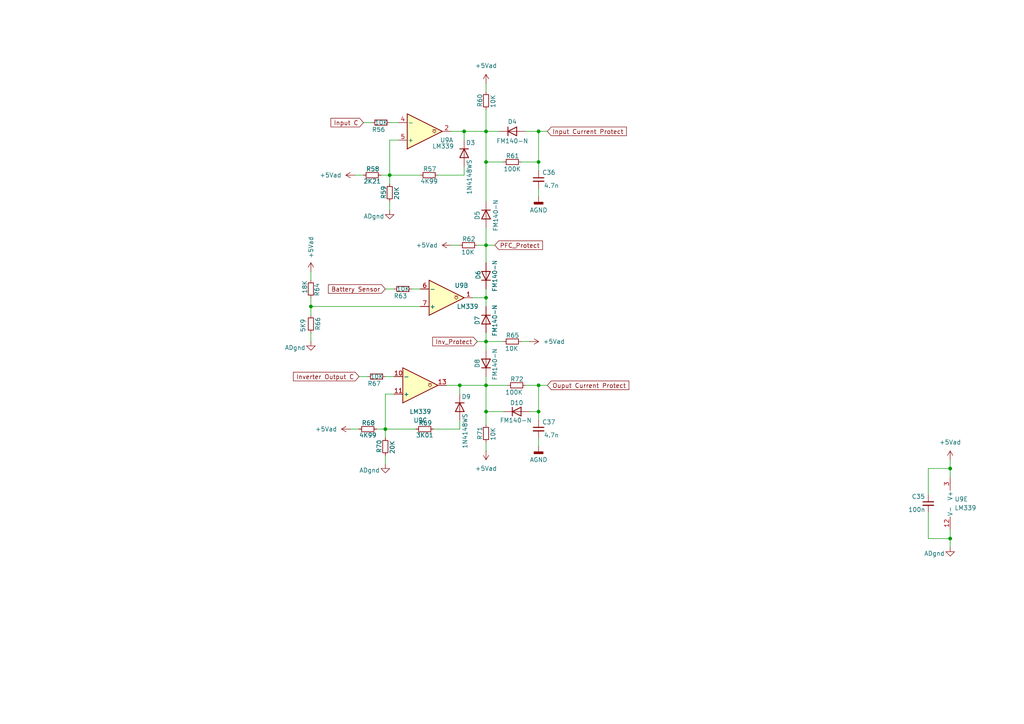
<source format=kicad_sch>
(kicad_sch (version 20231120) (generator "eeschema") (generator_version "8.0")
  (paper "A4")
  (lib_symbols
    (symbol "Comparator:LM339" (pin_names (offset 0.127))
      (property "Reference" "U" (at 0 5.08 0))
      (property "Value" "LM339" (at 0 -5.08 0))
      (symbol "LM339_1_1"
        (polyline (pts (xy -5.08 5.08) (xy 5.08 0) (xy -5.08 -5.08) (xy -5.08 5.08)) (stroke (width 0.254)) (fill (type background)))
        (polyline (pts (xy 3.302 -0.508) (xy 2.794 -0.508) (xy 3.302 0) (xy 2.794 0.508) (xy 2.286 0) (xy 2.794 -0.508) (xy 2.286 -0.508)) (stroke (width 0.127)))
        (pin open_collector line (at 7.62 0 180) (length 2.54) (name "~") (number "2"))
        (pin input line (at -7.62 -2.54 0) (length 2.54) (name "-") (number "4"))
        (pin input line (at -7.62 2.54 0) (length 2.54) (name "+") (number "5"))
      )
      (symbol "LM339_2_1"
        (polyline (pts (xy -5.08 5.08) (xy 5.08 0) (xy -5.08 -5.08) (xy -5.08 5.08)) (stroke (width 0.254)) (fill (type background)))
        (polyline (pts (xy 3.302 -0.508) (xy 2.794 -0.508) (xy 3.302 0) (xy 2.794 0.508) (xy 2.286 0) (xy 2.794 -0.508) (xy 2.286 -0.508)) (stroke (width 0.127)))
        (pin open_collector line (at 7.62 0 180) (length 2.54) (name "~") (number "1"))
        (pin input line (at -7.62 -2.54 0) (length 2.54) (name "-") (number "6"))
        (pin input line (at -7.62 2.54 0) (length 2.54) (name "+") (number "7"))
      )
      (symbol "LM339_3_1"
        (polyline (pts (xy -5.08 5.08) (xy 5.08 0) (xy -5.08 -5.08) (xy -5.08 5.08)) (stroke (width 0.254)) (fill (type background)))
        (polyline (pts (xy 3.302 -0.508) (xy 2.794 -0.508) (xy 3.302 0) (xy 2.794 0.508) (xy 2.286 0) (xy 2.794 -0.508) (xy 2.286 -0.508)) (stroke (width 0.127)))
        (pin input line (at -7.62 -2.54 0) (length 2.54) (name "-") (number "10"))
        (pin input line (at -7.62 2.54 0) (length 2.54) (name "+") (number "11"))
        (pin open_collector line (at 7.62 0 180) (length 2.54) (name "~") (number "13"))
      )
      (symbol "LM339_4_1"
        (polyline (pts (xy -5.08 5.08) (xy 5.08 0) (xy -5.08 -5.08) (xy -5.08 5.08)) (stroke (width 0.254)) (fill (type background)))
        (polyline (pts (xy 3.302 -0.508) (xy 2.794 -0.508) (xy 3.302 0) (xy 2.794 0.508) (xy 2.286 0) (xy 2.794 -0.508) (xy 2.286 -0.508)) (stroke (width 0.127)))
        (pin open_collector line (at 7.62 0 180) (length 2.54) (name "~") (number "14"))
        (pin input line (at -7.62 -2.54 0) (length 2.54) (name "-") (number "8"))
        (pin input line (at -7.62 2.54 0) (length 2.54) (name "+") (number "9"))
      )
      (symbol "LM339_5_1"
        (pin power_in line (at -2.54 -7.62 90) (length 3.81) (name "V-") (number "12"))
        (pin power_in line (at -2.54 7.62 270) (length 3.81) (name "V+") (number "3"))
      )
    )
    (symbol "Device:C_Small" (pin_numbers hide) (pin_names (offset 0.254) hide)
      (property "Reference" "C" (at 0.254 1.778 0))
      (property "Value" "C_Small" (at 0.254 -2.032 0))
      (symbol "C_Small_0_1"
        (polyline (pts (xy -1.524 -0.508) (xy 1.524 -0.508)) (stroke (width 0.3302)))
        (polyline (pts (xy -1.524 0.508) (xy 1.524 0.508)) (stroke (width 0.3048)))
      )
      (symbol "C_Small_1_1"
        (pin passive line (at 0 2.54 270) (length 2.032) (name "~") (number "1"))
        (pin passive line (at 0 -2.54 90) (length 2.032) (name "~") (number "2"))
      )
    )
    (symbol "Device:D" (pin_numbers hide) (pin_names (offset 1.016) hide)
      (property "Reference" "D" (at 0 2.54 0))
      (property "Value" "D" (at 0 -2.54 0))
      (symbol "D_0_1"
        (polyline (pts (xy -1.27 1.27) (xy -1.27 -1.27)) (stroke (width 0.254)))
        (polyline (pts (xy 1.27 0) (xy -1.27 0)))
        (polyline (pts (xy 1.27 1.27) (xy 1.27 -1.27) (xy -1.27 0) (xy 1.27 1.27)) (stroke (width 0.254)))
      )
      (symbol "D_1_1"
        (pin passive line (at -3.81 0 0) (length 2.54) (name "K") (number "1"))
        (pin passive line (at 3.81 0 180) (length 2.54) (name "A") (number "2"))
      )
    )
    (symbol "Device:R_Small" (pin_numbers hide) (pin_names (offset 0.254) hide)
      (property "Reference" "R" (at 0.762 0.508 0))
      (property "Value" "R_Small" (at 0.762 -1.016 0))
      (symbol "R_Small_0_1"
        (rectangle (start -0.762 1.778) (end 0.762 -1.778) (stroke (width 0.2032)))
      )
      (symbol "R_Small_1_1"
        (pin passive line (at 0 2.54 270) (length 0.762) (name "~") (number "1"))
        (pin passive line (at 0 -2.54 90) (length 0.762) (name "~") (number "2"))
      )
    )
    (symbol "Diode:1N4148WS" (pin_numbers hide) (pin_names hide)
      (property "Reference" "D" (at 0 2.54 0))
      (property "Value" "1N4148WS" (at 0 -2.54 0))
      (symbol "1N4148WS_0_1"
        (polyline (pts (xy -1.27 1.27) (xy -1.27 -1.27)) (stroke (width 0.254)))
        (polyline (pts (xy 1.27 0) (xy -1.27 0)))
        (polyline (pts (xy 1.27 1.27) (xy 1.27 -1.27) (xy -1.27 0) (xy 1.27 1.27)) (stroke (width 0.254)))
      )
      (symbol "1N4148WS_1_1"
        (pin passive line (at -3.81 0 0) (length 2.54) (name "K") (number "1"))
        (pin passive line (at 3.81 0 180) (length 2.54) (name "A") (number "2"))
      )
    )
    (symbol "power:+5VD" (power) (pin_numbers hide) (pin_names (offset 0) hide)
      (property "Value" "+5VD" (at 0 3.556 0))
      (symbol "+5VD_0_1"
        (polyline (pts (xy -0.762 1.27) (xy 0 2.54)))
        (polyline (pts (xy 0 0) (xy 0 2.54)))
        (polyline (pts (xy 0 2.54) (xy 0.762 1.27)))
      )
      (symbol "+5VD_1_1"
        (pin power_in line (at 0 0 90) (length 0) (name "~") (number "1"))
      )
    )
    (symbol "power:GNDA" (power) (pin_numbers hide) (pin_names (offset 0) hide)
      (property "Value" "GNDA" (at 0 -3.81 0))
      (symbol "GNDA_0_1"
        (polyline (pts (xy 0 0) (xy 0 -1.27) (xy 1.27 -1.27) (xy 0 -2.54) (xy -1.27 -1.27) (xy 0 -1.27)))
      )
      (symbol "GNDA_1_1"
        (pin power_in line (at 0 0 270) (length 0) (name "~") (number "1"))
      )
    )
    (symbol "power:GNDD" (power) (pin_numbers hide) (pin_names (offset 0) hide)
      (property "Value" "GNDD" (at 0 -3.175 0))
      (symbol "GNDD_0_1"
        (rectangle (start -1.27 -1.524) (end 1.27 -2.032) (stroke (width 0.254)) (fill (type outline)))
        (polyline (pts (xy 0 0) (xy 0 -1.524)))
      )
      (symbol "GNDD_1_1"
        (pin power_in line (at 0 0 270) (length 0) (name "~") (number "1"))
      )
    )
  )
  (junction (at 140.97 38.1))
  (junction (at 140.97 119.38))
  (junction (at 156.21 111.76))
  (junction (at 111.76 124.46))
  (junction (at 275.59 156.21))
  (junction (at 140.97 99.06))
  (junction (at 133.35 111.76))
  (junction (at 275.59 135.89))
  (junction (at 140.97 111.76))
  (junction (at 156.21 119.38))
  (junction (at 156.21 46.99))
  (junction (at 113.03 50.8))
  (junction (at 140.97 71.12))
  (junction (at 134.62 38.1))
  (junction (at 90.17 88.9))
  (junction (at 156.21 38.1))
  (junction (at 140.97 46.99))
  (junction (at 140.97 86.36))
  (wire (pts (xy 105.41 35.56) (xy 107.95 35.56)))
  (wire (pts (xy 133.35 121.92) (xy 133.35 124.46)))
  (wire (pts (xy 156.21 127) (xy 156.21 129.54)))
  (wire (pts (xy 275.59 156.21) (xy 275.59 158.75)))
  (wire (pts (xy 140.97 66.04) (xy 140.97 71.12)))
  (wire (pts (xy 113.03 50.8) (xy 113.03 53.34)))
  (wire (pts (xy 275.59 133.35) (xy 275.59 135.89)))
  (wire (pts (xy 140.97 119.38) (xy 140.97 123.19)))
  (wire (pts (xy 140.97 71.12) (xy 140.97 76.2)))
  (wire (pts (xy 156.21 54.61) (xy 156.21 57.15)))
  (wire (pts (xy 140.97 96.52) (xy 140.97 99.06)))
  (wire (pts (xy 111.76 124.46) (xy 111.76 127)))
  (wire (pts (xy 113.03 40.64) (xy 113.03 50.8)))
  (wire (pts (xy 156.21 38.1) (xy 156.21 46.99)))
  (wire (pts (xy 90.17 96.52) (xy 90.17 99.06)))
  (wire (pts (xy 140.97 46.99) (xy 146.05 46.99)))
  (wire (pts (xy 133.35 111.76) (xy 140.97 111.76)))
  (wire (pts (xy 140.97 99.06) (xy 140.97 101.6)))
  (wire (pts (xy 269.24 156.21) (xy 275.59 156.21)))
  (wire (pts (xy 138.43 99.06) (xy 140.97 99.06)))
  (wire (pts (xy 137.16 86.36) (xy 140.97 86.36)))
  (wire (pts (xy 130.81 38.1) (xy 134.62 38.1)))
  (wire (pts (xy 140.97 71.12) (xy 143.51 71.12)))
  (wire (pts (xy 156.21 119.38) (xy 156.21 121.92)))
  (wire (pts (xy 140.97 24.13) (xy 140.97 26.67)))
  (wire (pts (xy 140.97 128.27) (xy 140.97 130.81)))
  (wire (pts (xy 111.76 124.46) (xy 120.65 124.46)))
  (wire (pts (xy 90.17 88.9) (xy 90.17 91.44)))
  (wire (pts (xy 111.76 114.3) (xy 111.76 124.46)))
  (wire (pts (xy 140.97 109.22) (xy 140.97 111.76)))
  (wire (pts (xy 134.62 48.26) (xy 134.62 50.8)))
  (wire (pts (xy 134.62 38.1) (xy 140.97 38.1)))
  (wire (pts (xy 113.03 50.8) (xy 121.92 50.8)))
  (wire (pts (xy 104.14 109.22) (xy 106.68 109.22)))
  (wire (pts (xy 275.59 135.89) (xy 275.59 138.43)))
  (wire (pts (xy 113.03 35.56) (xy 115.57 35.56)))
  (wire (pts (xy 140.97 38.1) (xy 140.97 46.99)))
  (wire (pts (xy 156.21 46.99) (xy 156.21 49.53)))
  (wire (pts (xy 156.21 38.1) (xy 158.75 38.1)))
  (wire (pts (xy 111.76 109.22) (xy 114.3 109.22)))
  (wire (pts (xy 102.87 50.8) (xy 105.41 50.8)))
  (wire (pts (xy 140.97 83.82) (xy 140.97 86.36)))
  (wire (pts (xy 153.67 119.38) (xy 156.21 119.38)))
  (wire (pts (xy 140.97 31.75) (xy 140.97 38.1)))
  (wire (pts (xy 110.49 50.8) (xy 113.03 50.8)))
  (wire (pts (xy 156.21 111.76) (xy 158.75 111.76)))
  (wire (pts (xy 133.35 111.76) (xy 133.35 114.3)))
  (wire (pts (xy 109.22 124.46) (xy 111.76 124.46)))
  (wire (pts (xy 140.97 111.76) (xy 147.32 111.76)))
  (wire (pts (xy 140.97 111.76) (xy 140.97 119.38)))
  (wire (pts (xy 138.43 71.12) (xy 140.97 71.12)))
  (wire (pts (xy 269.24 148.59) (xy 269.24 156.21)))
  (wire (pts (xy 269.24 143.51) (xy 269.24 135.89)))
  (wire (pts (xy 90.17 78.74) (xy 90.17 81.28)))
  (wire (pts (xy 140.97 46.99) (xy 140.97 58.42)))
  (wire (pts (xy 269.24 135.89) (xy 275.59 135.89)))
  (wire (pts (xy 111.76 132.08) (xy 111.76 134.62)))
  (wire (pts (xy 140.97 86.36) (xy 140.97 88.9)))
  (wire (pts (xy 130.81 71.12) (xy 133.35 71.12)))
  (wire (pts (xy 90.17 88.9) (xy 121.92 88.9)))
  (wire (pts (xy 152.4 111.76) (xy 156.21 111.76)))
  (wire (pts (xy 119.38 83.82) (xy 121.92 83.82)))
  (wire (pts (xy 140.97 38.1) (xy 144.78 38.1)))
  (wire (pts (xy 133.35 124.46) (xy 125.73 124.46)))
  (wire (pts (xy 151.13 99.06) (xy 153.67 99.06)))
  (wire (pts (xy 146.05 99.06) (xy 140.97 99.06)))
  (wire (pts (xy 156.21 111.76) (xy 156.21 119.38)))
  (wire (pts (xy 115.57 40.64) (xy 113.03 40.64)))
  (wire (pts (xy 114.3 114.3) (xy 111.76 114.3)))
  (wire (pts (xy 134.62 50.8) (xy 127 50.8)))
  (wire (pts (xy 134.62 38.1) (xy 134.62 40.64)))
  (wire (pts (xy 140.97 119.38) (xy 146.05 119.38)))
  (wire (pts (xy 90.17 86.36) (xy 90.17 88.9)))
  (wire (pts (xy 129.54 111.76) (xy 133.35 111.76)))
  (wire (pts (xy 156.21 46.99) (xy 151.13 46.99)))
  (wire (pts (xy 152.4 38.1) (xy 156.21 38.1)))
  (wire (pts (xy 101.6 124.46) (xy 104.14 124.46)))
  (wire (pts (xy 275.59 153.67) (xy 275.59 156.21)))
  (wire (pts (xy 113.03 58.42) (xy 113.03 60.96)))
  (wire (pts (xy 111.76 83.82) (xy 114.3 83.82)))
  (global_label "PFC_Protect" (shape input) (at 143.51 71.12 0) (property "Intersheetrefs" "${INTERSHEET_REFS}" (effects (hide yes))))
  (global_label "Input C" (shape input) (at 105.41 35.56 180) (property "Intersheetrefs" "${INTERSHEET_REFS}" (effects (hide yes))))
  (global_label "Inverter Output C" (shape input) (at 104.14 109.22 180) (property "Intersheetrefs" "${INTERSHEET_REFS}" (effects (hide yes))))
  (global_label "Input Current Protect" (shape input) (at 158.75 38.1 0) (property "Intersheetrefs" "${INTERSHEET_REFS}" (effects (hide yes))))
  (global_label "Ouput Current Protect" (shape input) (at 158.75 111.76 0) (property "Intersheetrefs" "${INTERSHEET_REFS}" (effects (hide yes))))
  (global_label "Battery Sensor" (shape input) (at 111.76 83.82 180) (property "Intersheetrefs" "${INTERSHEET_REFS}" (effects (hide yes))))
  (global_label "Inv_Protect" (shape input) (at 138.43 99.06 180) (property "Intersheetrefs" "${INTERSHEET_REFS}" (effects (hide yes))))
  (symbol (lib_id "power:GNDA") (at 275.59 158.75 0) (unit 1)
    (property "Reference" "#PWR077" (effects (hide yes)))
    (property "Value" "ADgnd" (at 271.018 160.528 0))
    (property "Description" "Power symbol creates a global label with name \"GNDA\" , analog ground" (effects (hide yes)))
  )
  (symbol (lib_id "Device:R_Small") (at 124.46 50.8 270) (unit 1)
    (property "Reference" "R57" (at 122.682 49.022 90) (effects (justify left)))
    (property "Value" "4K99" (at 121.92 52.578 90) (effects (justify left)))
    (property "Description" "Resistor, small symbol" (effects (hide yes)))
  )
  (symbol (lib_id "power:+5VD") (at 153.67 99.06 270) (unit 1)
    (property "Reference" "#PWR086" (effects (hide yes)))
    (property "Value" "+5Vad" (at 157.48 99.0599 90) (effects (justify left)))
    (property "Description" "Power symbol creates a global label with name \"+5VD\"" (effects (hide yes)))
  )
  (symbol (lib_id "power:+5VD") (at 90.17 78.74 0) (unit 1)
    (property "Reference" "#PWR082" (effects (hide yes)))
    (property "Value" "+5Vad" (at 90.1701 74.93 90) (effects (justify left)))
    (property "Description" "Power symbol creates a global label with name \"+5VD\"" (effects (hide yes)))
  )
  (symbol (lib_id "Device:R_Small") (at 106.68 124.46 270) (unit 1)
    (property "Reference" "R68" (at 104.902 122.682 90) (effects (justify left)))
    (property "Value" "4K99" (at 104.14 126.238 90) (effects (justify left)))
    (property "Description" "Resistor, small symbol" (effects (hide yes)))
  )
  (symbol (lib_id "power:+5VD") (at 140.97 24.13 0) (unit 1)
    (property "Reference" "#PWR084" (effects (hide yes)))
    (property "Value" "+5Vad" (at 140.97 19.05 0))
    (property "Description" "Power symbol creates a global label with name \"+5VD\"" (effects (hide yes)))
  )
  (symbol (lib_id "Device:D") (at 140.97 80.01 90) (unit 1)
    (property "Reference" "D6" (at 138.684 79.756 0))
    (property "Value" "FM140-N" (at 143.51 80.01 0))
    (property "Description" "Diode" (effects (hide yes)))
    (property "Sim.Device" "D" (effects (hide yes)))
    (property "Sim.Pins" "1=K 2=A" (effects (hide yes)))
  )
  (symbol (lib_id "Device:R_Small") (at 110.49 35.56 90) (unit 1)
    (property "Reference" "R56" (at 111.76 37.592 90) (effects (justify left)))
    (property "Value" "10K" (at 112.522 35.56 90) (effects (justify left)))
    (property "Description" "Resistor, small symbol" (effects (hide yes)))
  )
  (symbol (lib_id "power:+5VD") (at 101.6 124.46 90) (unit 1)
    (property "Reference" "#PWR087" (effects (hide yes)))
    (property "Value" "+5Vad" (at 97.79 124.4599 90) (effects (justify left)))
    (property "Description" "Power symbol creates a global label with name \"+5VD\"" (effects (hide yes)))
  )
  (symbol (lib_id "Device:R_Small") (at 140.97 29.21 180) (unit 1)
    (property "Reference" "R60" (at 139.192 27.178 90) (effects (justify left)))
    (property "Value" "10K" (at 143.002 27.432 90) (effects (justify left)))
    (property "Description" "Resistor, small symbol" (effects (hide yes)))
  )
  (symbol (lib_id "Device:R_Small") (at 109.22 109.22 90) (unit 1)
    (property "Reference" "R67" (at 110.49 111.252 90) (effects (justify left)))
    (property "Value" "10K" (at 111.252 109.22 90) (effects (justify left)))
    (property "Description" "Resistor, small symbol" (effects (hide yes)))
  )
  (symbol (lib_id "power:GNDA") (at 111.76 134.62 0) (unit 1)
    (property "Reference" "#PWR088" (effects (hide yes)))
    (property "Value" "ADgnd" (at 107.188 136.398 0))
    (property "Description" "Power symbol creates a global label with name \"GNDA\" , analog ground" (effects (hide yes)))
  )
  (symbol (lib_id "Device:R_Small") (at 107.95 50.8 270) (unit 1)
    (property "Reference" "R58" (at 106.172 49.022 90) (effects (justify left)))
    (property "Value" "2K21" (at 105.41 52.578 90) (effects (justify left)))
    (property "Description" "Resistor, small symbol" (effects (hide yes)))
  )
  (symbol (lib_id "Device:R_Small") (at 148.59 99.06 90) (unit 1)
    (property "Reference" "R65" (at 150.622 97.282 90) (effects (justify left)))
    (property "Value" "10K" (at 150.368 101.092 90) (effects (justify left)))
    (property "Description" "Resistor, small symbol" (effects (hide yes)))
  )
  (symbol (lib_id "power:GNDD") (at 156.21 129.54 0) (unit 1)
    (property "Reference" "#PWR089" (effects (hide yes)))
    (property "Value" "AGND" (at 156.21 133.35 0))
    (property "Description" "Power symbol creates a global label with name \"GNDD\" , digital ground" (effects (hide yes)))
  )
  (symbol (lib_id "power:+5VD") (at 275.59 133.35 0) (unit 1)
    (property "Reference" "#PWR078" (effects (hide yes)))
    (property "Value" "+5Vad" (at 275.59 128.27 0))
    (property "Description" "Power symbol creates a global label with name \"+5VD\"" (effects (hide yes)))
  )
  (symbol (lib_id "power:+5VD") (at 102.87 50.8 90) (unit 1)
    (property "Reference" "#PWR079" (effects (hide yes)))
    (property "Value" "+5Vad" (at 99.06 50.7999 90) (effects (justify left)))
    (property "Description" "Power symbol creates a global label with name \"+5VD\"" (effects (hide yes)))
  )
  (symbol (lib_id "Comparator:LM339") (at 278.13 146.05 0) (unit 5)
    (property "Reference" "U9" (at 276.86 144.7799 0) (effects (justify left)))
    (property "Value" "LM339" (at 276.86 147.3199 0) (effects (justify left)))
    (property "Datasheet" "https://www.st.com/resource/en/datasheet/lm139.pdf" (effects (hide yes)))
    (property "Description" "Quad Differential Comparators, SOIC-14/TSSOP-14" (effects (hide yes)))
  )
  (symbol (lib_id "Device:D") (at 140.97 62.23 270) (unit 1)
    (property "Reference" "D5" (at 138.43 62.484 0))
    (property "Value" "FM140-N" (at 143.764 62.484 0))
    (property "Description" "Diode" (effects (hide yes)))
    (property "Sim.Device" "D" (effects (hide yes)))
    (property "Sim.Pins" "1=K 2=A" (effects (hide yes)))
  )
  (symbol (lib_id "Comparator:LM339") (at 121.92 111.76 0) (mirror x) (unit 3)
    (property "Reference" "U9" (at 121.92 121.92 0))
    (property "Value" "LM339" (at 121.92 119.38 0))
    (property "Datasheet" "https://www.st.com/resource/en/datasheet/lm139.pdf" (effects (hide yes)))
    (property "Description" "Quad Differential Comparators, SOIC-14/TSSOP-14" (effects (hide yes)))
  )
  (symbol (lib_id "Device:R_Small") (at 111.76 129.54 180) (unit 1)
    (property "Reference" "R70" (at 109.982 127.508 90) (effects (justify left)))
    (property "Value" "20K" (at 113.792 127.762 90) (effects (justify left)))
    (property "Description" "Resistor, small symbol" (effects (hide yes)))
  )
  (symbol (lib_id "power:GNDD") (at 156.21 57.15 0) (unit 1)
    (property "Reference" "#PWR081" (effects (hide yes)))
    (property "Value" "AGND" (at 156.21 60.96 0))
    (property "Description" "Power symbol creates a global label with name \"GNDD\" , digital ground" (effects (hide yes)))
  )
  (symbol (lib_id "Device:C_Small") (at 156.21 124.46 0) (unit 1)
    (property "Reference" "C37" (at 157.226 122.428 0) (effects (justify left)))
    (property "Value" "4.7n" (at 157.734 126.238 0) (effects (justify left)))
    (property "Description" "Unpolarized capacitor, small symbol" (effects (hide yes)))
  )
  (symbol (lib_id "power:GNDA") (at 113.03 60.96 0) (unit 1)
    (property "Reference" "#PWR080" (effects (hide yes)))
    (property "Value" "ADgnd" (at 108.458 62.738 0))
    (property "Description" "Power symbol creates a global label with name \"GNDA\" , analog ground" (effects (hide yes)))
  )
  (symbol (lib_id "Device:R_Small") (at 135.89 71.12 90) (unit 1)
    (property "Reference" "R62" (at 137.922 69.342 90) (effects (justify left)))
    (property "Value" "10K" (at 137.668 73.152 90) (effects (justify left)))
    (property "Description" "Resistor, small symbol" (effects (hide yes)))
  )
  (symbol (lib_id "power:GNDA") (at 90.17 99.06 0) (unit 1)
    (property "Reference" "#PWR083" (effects (hide yes)))
    (property "Value" "ADgnd" (at 85.598 100.838 0))
    (property "Description" "Power symbol creates a global label with name \"GNDA\" , analog ground" (effects (hide yes)))
  )
  (symbol (lib_id "Device:R_Small") (at 116.84 83.82 90) (unit 1)
    (property "Reference" "R63" (at 118.11 85.852 90) (effects (justify left)))
    (property "Value" "10K" (at 118.872 83.82 90) (effects (justify left)))
    (property "Description" "Resistor, small symbol" (effects (hide yes)))
  )
  (symbol (lib_id "power:+5VD") (at 140.97 130.81 180) (unit 1)
    (property "Reference" "#PWR090" (effects (hide yes)))
    (property "Value" "+5Vad" (at 140.97 135.89 0))
    (property "Description" "Power symbol creates a global label with name \"+5VD\"" (effects (hide yes)))
  )
  (symbol (lib_id "Device:R_Small") (at 148.59 46.99 90) (unit 1)
    (property "Reference" "R61" (at 150.622 45.212 90) (effects (justify left)))
    (property "Value" "100K" (at 151.13 49.022 90) (effects (justify left)))
    (property "Description" "Resistor, small symbol" (effects (hide yes)))
  )
  (symbol (lib_id "Diode:1N4148WS") (at 133.35 118.11 270) (unit 1)
    (property "Reference" "D9" (at 133.858 115.062 90) (effects (justify left)))
    (property "Value" "1N4148WS" (at 134.874 119.888 0) (effects (justify left)))
    (property "Footprint" "Diode_SMD:D_SOD-323" (effects (hide yes)))
    (property "Datasheet" "https://www.vishay.com/docs/85751/1n4148ws.pdf" (effects (hide yes)))
    (property "Description" "75V 0.15A Fast switching Diode, SOD-323" (effects (hide yes)))
    (property "Sim.Device" "D" (effects (hide yes)))
    (property "Sim.Pins" "1=K 2=A" (effects (hide yes)))
  )
  (symbol (lib_id "Device:D") (at 140.97 105.41 90) (unit 1)
    (property "Reference" "D8" (at 138.43 105.41 0))
    (property "Value" "FM140-N" (at 143.51 105.664 0))
    (property "Description" "Diode" (effects (hide yes)))
    (property "Sim.Device" "D" (effects (hide yes)))
    (property "Sim.Pins" "1=K 2=A" (effects (hide yes)))
  )
  (symbol (lib_id "Diode:1N4148WS") (at 134.62 44.45 270) (unit 1)
    (property "Reference" "D3" (at 135.128 41.402 90) (effects (justify left)))
    (property "Value" "1N4148WS" (at 136.144 46.228 0) (effects (justify left)))
    (property "Footprint" "Diode_SMD:D_SOD-323" (effects (hide yes)))
    (property "Datasheet" "https://www.vishay.com/docs/85751/1n4148ws.pdf" (effects (hide yes)))
    (property "Description" "75V 0.15A Fast switching Diode, SOD-323" (effects (hide yes)))
    (property "Sim.Device" "D" (effects (hide yes)))
    (property "Sim.Pins" "1=K 2=A" (effects (hide yes)))
  )
  (symbol (lib_id "Device:R_Small") (at 113.03 55.88 180) (unit 1)
    (property "Reference" "R59" (at 111.252 53.848 90) (effects (justify left)))
    (property "Value" "20K" (at 115.062 54.102 90) (effects (justify left)))
    (property "Description" "Resistor, small symbol" (effects (hide yes)))
  )
  (symbol (lib_id "Comparator:LM339") (at 123.19 38.1 0) (mirror x) (unit 1)
    (property "Reference" "U9" (at 129.54 40.64 0))
    (property "Value" "LM339" (at 128.524 42.418 0))
    (property "Datasheet" "https://www.st.com/resource/en/datasheet/lm139.pdf" (effects (hide yes)))
    (property "Description" "Quad Differential Comparators, SOIC-14/TSSOP-14" (effects (hide yes)))
  )
  (symbol (lib_id "Comparator:LM339") (at 129.54 86.36 0) (mirror x) (unit 2)
    (property "Reference" "U9" (at 133.858 82.804 0))
    (property "Value" "LM339" (at 135.636 88.9 0))
    (property "Datasheet" "https://www.st.com/resource/en/datasheet/lm139.pdf" (effects (hide yes)))
    (property "Description" "Quad Differential Comparators, SOIC-14/TSSOP-14" (effects (hide yes)))
  )
  (symbol (lib_id "Device:R_Small") (at 149.86 111.76 90) (unit 1)
    (property "Reference" "R72" (at 151.892 109.982 90) (effects (justify left)))
    (property "Value" "100K" (at 151.638 113.792 90) (effects (justify left)))
    (property "Description" "Resistor, small symbol" (effects (hide yes)))
  )
  (symbol (lib_id "Device:D") (at 149.86 119.38 0) (unit 1)
    (property "Reference" "D10" (at 149.86 116.84 0))
    (property "Value" "FM140-N" (at 149.606 121.92 0))
    (property "Description" "Diode" (effects (hide yes)))
    (property "Sim.Device" "D" (effects (hide yes)))
    (property "Sim.Pins" "1=K 2=A" (effects (hide yes)))
  )
  (symbol (lib_id "Device:C_Small") (at 156.21 52.07 0) (unit 1)
    (property "Reference" "C36" (at 157.226 50.038 0) (effects (justify left)))
    (property "Value" "4.7n" (at 157.734 53.848 0) (effects (justify left)))
    (property "Description" "Unpolarized capacitor, small symbol" (effects (hide yes)))
  )
  (symbol (lib_id "Device:R_Small") (at 90.17 93.98 180) (unit 1)
    (property "Reference" "R66" (at 92.202 91.948 90) (effects (justify left)))
    (property "Value" "5K9" (at 87.884 92.456 90) (effects (justify left)))
    (property "Description" "Resistor, small symbol" (effects (hide yes)))
  )
  (symbol (lib_id "Device:D") (at 148.59 38.1 0) (unit 1)
    (property "Reference" "D4" (at 148.59 35.306 0))
    (property "Value" "FM140-N" (at 148.59 40.894 0))
    (property "Description" "Diode" (effects (hide yes)))
    (property "Sim.Device" "D" (effects (hide yes)))
    (property "Sim.Pins" "1=K 2=A" (effects (hide yes)))
  )
  (symbol (lib_id "Device:R_Small") (at 140.97 125.73 180) (unit 1)
    (property "Reference" "R71" (at 139.192 123.698 90) (effects (justify left)))
    (property "Value" "10K" (at 143.002 123.952 90) (effects (justify left)))
    (property "Description" "Resistor, small symbol" (effects (hide yes)))
  )
  (symbol (lib_id "Device:R_Small") (at 90.17 83.82 180) (unit 1)
    (property "Reference" "R64" (at 91.948 82.042 90) (effects (justify left)))
    (property "Value" "18K" (at 88.392 81.28 90) (effects (justify left)))
    (property "Description" "Resistor, small symbol" (effects (hide yes)))
  )
  (symbol (lib_id "Device:D") (at 140.97 92.71 270) (unit 1)
    (property "Reference" "D7" (at 138.43 92.964 0))
    (property "Value" "FM140-N" (at 143.51 92.964 0))
    (property "Description" "Diode" (effects (hide yes)))
    (property "Sim.Device" "D" (effects (hide yes)))
    (property "Sim.Pins" "1=K 2=A" (effects (hide yes)))
  )
  (symbol (lib_id "power:+5VD") (at 130.81 71.12 90) (unit 1)
    (property "Reference" "#PWR085" (effects (hide yes)))
    (property "Value" "+5Vad" (at 127 71.1199 90) (effects (justify left)))
    (property "Description" "Power symbol creates a global label with name \"+5VD\"" (effects (hide yes)))
  )
  (symbol (lib_id "Device:R_Small") (at 123.19 124.46 270) (unit 1)
    (property "Reference" "R69" (at 121.412 122.682 90) (effects (justify left)))
    (property "Value" "3K01" (at 120.65 126.238 90) (effects (justify left)))
    (property "Description" "Resistor, small symbol" (effects (hide yes)))
  )
  (symbol (lib_id "Device:C_Small") (at 269.24 146.05 0) (unit 1)
    (property "Reference" "C35" (at 264.414 144.018 0) (effects (justify left)))
    (property "Value" "100n" (at 263.398 147.828 0) (effects (justify left)))
    (property "Description" "Unpolarized capacitor, small symbol" (effects (hide yes)))
  )
)
</source>
